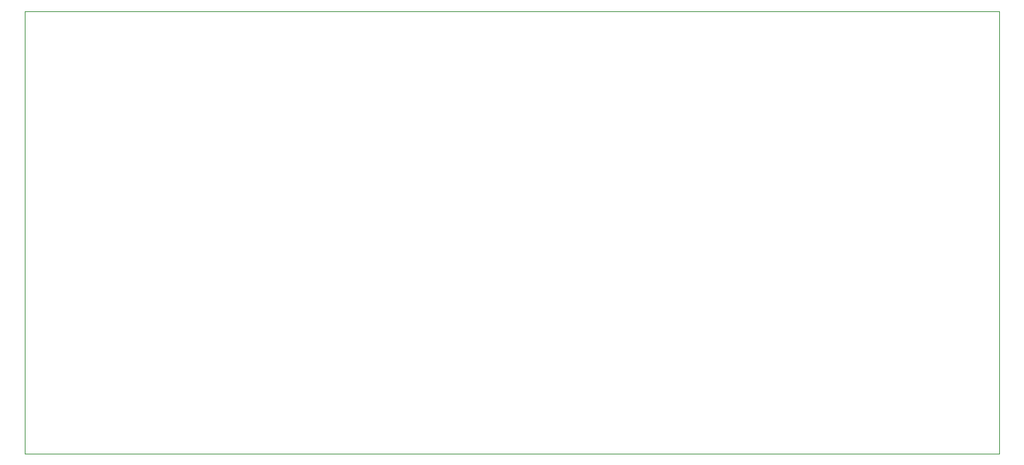
<source format=gm1>
G04 #@! TF.FileFunction,Profile,NP*
%FSLAX46Y46*%
G04 Gerber Fmt 4.6, Leading zero omitted, Abs format (unit mm)*
G04 Created by KiCad (PCBNEW 4.0.7) date 12/13/17 15:12:22*
%MOMM*%
%LPD*%
G01*
G04 APERTURE LIST*
%ADD10C,0.100000*%
G04 APERTURE END LIST*
D10*
X0Y-53000000D02*
X0Y0D01*
X116500000Y-53000000D02*
X0Y-53000000D01*
X116500000Y0D02*
X116500000Y-53000000D01*
X0Y0D02*
X116500000Y0D01*
M02*

</source>
